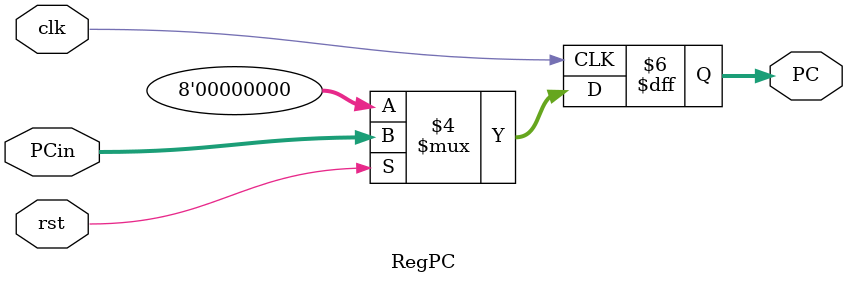
<source format=v>
module RegPC (
  input clk, rst,
  input [7:0] PCin,
  output reg [7:0] PC
);
  
  always @(posedge clk) begin
    if (rst == 0) 
      PC <= 8'h00;
    else
      PC <= PCin;
  end
endmodule

</source>
